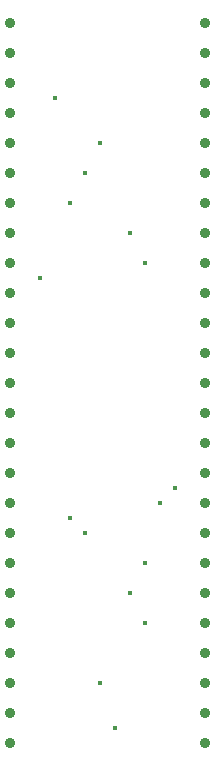
<source format=gbr>
G04 DesignSpark PCB Gerber Version 10.0 Build 5299*
%FSLAX35Y35*%
%MOIN*%
%ADD149C,0.01614*%
%ADD120C,0.03500*%
X0Y0D02*
D02*
D120*
X10250Y10250D03*
Y20250D03*
Y30250D03*
Y40250D03*
Y50250D03*
Y60250D03*
Y70250D03*
Y80250D03*
Y90250D03*
Y100250D03*
Y110250D03*
Y120250D03*
Y130250D03*
Y140250D03*
Y150250D03*
Y160250D03*
Y170250D03*
Y180250D03*
Y190250D03*
Y200250D03*
Y210250D03*
Y220250D03*
Y230250D03*
Y240250D03*
Y250250D03*
X75250Y10250D03*
Y20250D03*
Y30250D03*
Y40250D03*
Y50250D03*
Y60250D03*
Y70250D03*
Y80250D03*
Y90250D03*
Y100250D03*
Y110250D03*
Y120250D03*
Y130250D03*
Y140250D03*
Y150250D03*
Y160250D03*
Y170250D03*
Y180250D03*
Y190250D03*
Y200250D03*
Y210250D03*
Y220250D03*
Y230250D03*
Y240250D03*
Y250250D03*
D02*
D149*
X20250Y165250D03*
X25250Y225250D03*
X30250Y85250D03*
Y190250D03*
X35250Y80250D03*
Y200250D03*
X40250Y30250D03*
Y210250D03*
X45250Y15250D03*
X50250Y60250D03*
Y180250D03*
X55250Y50250D03*
Y70250D03*
Y170250D03*
X60250Y90250D03*
X65250Y95250D03*
X0Y0D02*
M02*

</source>
